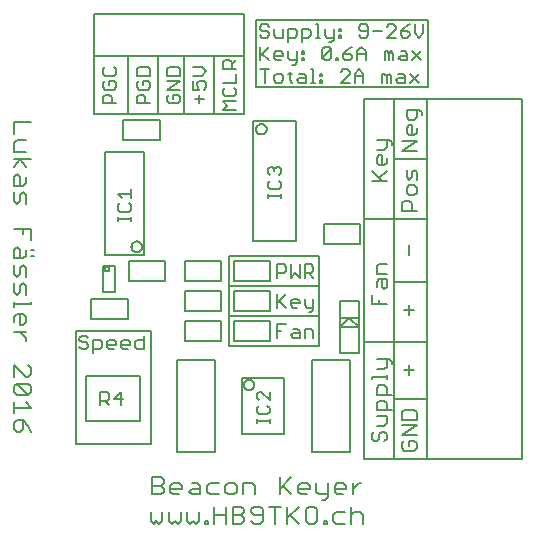
<source format=gto>
G75*
%MOIN*%
%OFA0B0*%
%FSLAX25Y25*%
%IPPOS*%
%LPD*%
%AMOC8*
5,1,8,0,0,1.08239X$1,22.5*
%
%ADD10C,0.00700*%
%ADD11C,0.00591*%
%ADD12C,0.00600*%
%ADD13C,0.00800*%
D10*
X0112252Y0041717D02*
X0112252Y0043152D01*
X0112252Y0042435D02*
X0116556Y0042435D01*
X0116556Y0043152D02*
X0116556Y0041717D01*
X0115839Y0044787D02*
X0112970Y0044787D01*
X0112252Y0045504D01*
X0112252Y0046938D01*
X0112970Y0047656D01*
X0112970Y0049391D02*
X0112252Y0050108D01*
X0112252Y0051542D01*
X0112970Y0052260D01*
X0113687Y0052260D01*
X0116556Y0049391D01*
X0116556Y0052260D01*
X0115839Y0047656D02*
X0116556Y0046938D01*
X0116556Y0045504D01*
X0115839Y0044787D01*
X0150702Y0038198D02*
X0150702Y0036563D01*
X0151519Y0035746D01*
X0152337Y0035746D01*
X0153154Y0036563D01*
X0153154Y0038198D01*
X0153971Y0039016D01*
X0154789Y0039016D01*
X0155606Y0038198D01*
X0155606Y0036563D01*
X0154789Y0035746D01*
X0151519Y0039016D02*
X0150702Y0038198D01*
X0152337Y0040902D02*
X0154789Y0040902D01*
X0155606Y0041720D01*
X0155606Y0044172D01*
X0152337Y0044172D01*
X0152337Y0046059D02*
X0152337Y0048511D01*
X0153154Y0049328D01*
X0154789Y0049328D01*
X0155606Y0048511D01*
X0155606Y0046059D01*
X0157241Y0046059D02*
X0152337Y0046059D01*
X0152337Y0051215D02*
X0152337Y0053667D01*
X0153154Y0054485D01*
X0154789Y0054485D01*
X0155606Y0053667D01*
X0155606Y0051215D01*
X0157241Y0051215D02*
X0152337Y0051215D01*
X0150702Y0056372D02*
X0150702Y0057189D01*
X0155606Y0057189D01*
X0155606Y0056372D02*
X0155606Y0058006D01*
X0154789Y0059809D02*
X0152337Y0059809D01*
X0154789Y0059809D02*
X0155606Y0060627D01*
X0155606Y0063079D01*
X0156424Y0063079D02*
X0157241Y0062261D01*
X0157241Y0061444D01*
X0156424Y0063079D02*
X0152337Y0063079D01*
X0161519Y0059412D02*
X0164789Y0059412D01*
X0163154Y0057778D02*
X0163154Y0061047D01*
X0161519Y0046204D02*
X0160702Y0045386D01*
X0160702Y0042934D01*
X0165606Y0042934D01*
X0165606Y0045386D01*
X0164789Y0046204D01*
X0161519Y0046204D01*
X0160702Y0041047D02*
X0165606Y0041047D01*
X0160702Y0037778D01*
X0165606Y0037778D01*
X0164789Y0035891D02*
X0163154Y0035891D01*
X0163154Y0034256D01*
X0161519Y0032621D02*
X0164789Y0032621D01*
X0165606Y0033439D01*
X0165606Y0035073D01*
X0164789Y0035891D01*
X0161519Y0035891D02*
X0160702Y0035073D01*
X0160702Y0033439D01*
X0161519Y0032621D01*
X0163154Y0077778D02*
X0163154Y0081047D01*
X0161519Y0079412D02*
X0164789Y0079412D01*
X0155606Y0081371D02*
X0150702Y0081371D01*
X0150702Y0084641D01*
X0153154Y0083006D02*
X0153154Y0081371D01*
X0154789Y0086528D02*
X0153971Y0087345D01*
X0153971Y0089797D01*
X0153154Y0089797D02*
X0155606Y0089797D01*
X0155606Y0087345D01*
X0154789Y0086528D01*
X0152337Y0087345D02*
X0152337Y0088980D01*
X0153154Y0089797D01*
X0152337Y0091684D02*
X0152337Y0094136D01*
X0153154Y0094954D01*
X0155606Y0094954D01*
X0155606Y0091684D02*
X0152337Y0091684D01*
X0163154Y0097778D02*
X0163154Y0101047D01*
X0163971Y0112621D02*
X0163971Y0115073D01*
X0163154Y0115891D01*
X0161519Y0115891D01*
X0160702Y0115073D01*
X0160702Y0112621D01*
X0165606Y0112621D01*
X0164789Y0117778D02*
X0163154Y0117778D01*
X0162337Y0118595D01*
X0162337Y0120230D01*
X0163154Y0121047D01*
X0164789Y0121047D01*
X0165606Y0120230D01*
X0165606Y0118595D01*
X0164789Y0117778D01*
X0165606Y0122934D02*
X0165606Y0125386D01*
X0164789Y0126204D01*
X0163971Y0125386D01*
X0163971Y0123751D01*
X0163154Y0122934D01*
X0162337Y0123751D01*
X0162337Y0126204D01*
X0160702Y0132621D02*
X0165606Y0135891D01*
X0160702Y0135891D01*
X0163154Y0137778D02*
X0162337Y0138595D01*
X0162337Y0140230D01*
X0163154Y0141047D01*
X0163971Y0141047D01*
X0163971Y0137778D01*
X0163154Y0137778D02*
X0164789Y0137778D01*
X0165606Y0138595D01*
X0165606Y0140230D01*
X0164789Y0142934D02*
X0163154Y0142934D01*
X0162337Y0143751D01*
X0162337Y0146204D01*
X0166424Y0146204D01*
X0167241Y0145386D01*
X0167241Y0144569D01*
X0165606Y0143751D02*
X0165606Y0146204D01*
X0165606Y0143751D02*
X0164789Y0142934D01*
X0157241Y0135386D02*
X0157241Y0134569D01*
X0157241Y0135386D02*
X0156424Y0136204D01*
X0152337Y0136204D01*
X0155606Y0136204D02*
X0155606Y0133751D01*
X0154789Y0132934D01*
X0152337Y0132934D01*
X0153154Y0131047D02*
X0153971Y0131047D01*
X0153971Y0127778D01*
X0153154Y0127778D02*
X0152337Y0128595D01*
X0152337Y0130230D01*
X0153154Y0131047D01*
X0155606Y0130230D02*
X0155606Y0128595D01*
X0154789Y0127778D01*
X0153154Y0127778D01*
X0150702Y0125891D02*
X0153971Y0122621D01*
X0153154Y0123439D02*
X0155606Y0125891D01*
X0155606Y0122621D02*
X0150702Y0122621D01*
X0160702Y0132621D02*
X0165606Y0132621D01*
X0120306Y0126542D02*
X0120306Y0125108D01*
X0119589Y0124391D01*
X0119589Y0122656D02*
X0120306Y0121938D01*
X0120306Y0120504D01*
X0119589Y0119787D01*
X0116720Y0119787D01*
X0116002Y0120504D01*
X0116002Y0121938D01*
X0116720Y0122656D01*
X0116720Y0124391D02*
X0116002Y0125108D01*
X0116002Y0126542D01*
X0116720Y0127260D01*
X0117437Y0127260D01*
X0118154Y0126542D01*
X0118872Y0127260D01*
X0119589Y0127260D01*
X0120306Y0126542D01*
X0118154Y0126542D02*
X0118154Y0125825D01*
X0116002Y0118152D02*
X0116002Y0116717D01*
X0116002Y0117435D02*
X0120306Y0117435D01*
X0120306Y0118152D02*
X0120306Y0116717D01*
D11*
X0125243Y0102427D02*
X0111070Y0102427D01*
X0111070Y0142585D01*
X0125243Y0142585D01*
X0125243Y0102427D01*
X0133156Y0097506D02*
X0133156Y0087506D01*
X0103156Y0087506D01*
X0103156Y0097506D01*
X0133156Y0097506D01*
X0134554Y0101659D02*
X0146759Y0101659D01*
X0146759Y0108352D01*
X0134554Y0108352D01*
X0134554Y0101659D01*
X0133156Y0087506D02*
X0133156Y0077506D01*
X0133156Y0067506D01*
X0103156Y0067506D01*
X0103156Y0077506D01*
X0103156Y0087506D01*
X0104554Y0089159D02*
X0116759Y0089159D01*
X0116759Y0095852D01*
X0104554Y0095852D01*
X0104554Y0089159D01*
X0104554Y0085852D02*
X0104554Y0079159D01*
X0116759Y0079159D01*
X0116759Y0085852D01*
X0104554Y0085852D01*
X0100509Y0085852D02*
X0088304Y0085852D01*
X0088304Y0079159D01*
X0100509Y0079159D01*
X0100509Y0085852D01*
X0100509Y0089159D02*
X0100509Y0095852D01*
X0088304Y0095852D01*
X0088304Y0089159D01*
X0100509Y0089159D01*
X0103156Y0077506D02*
X0133156Y0077506D01*
X0140007Y0076906D02*
X0140007Y0073756D01*
X0146306Y0073756D01*
X0143156Y0076906D01*
X0140007Y0073756D01*
X0140007Y0065094D01*
X0146306Y0065094D01*
X0146306Y0073756D01*
X0146306Y0076906D01*
X0143156Y0076906D01*
X0140007Y0076906D01*
X0140007Y0082417D01*
X0146306Y0082417D01*
X0146306Y0076906D01*
X0148156Y0068756D02*
X0169006Y0068756D01*
X0169006Y0050006D02*
X0158156Y0050006D01*
X0158156Y0088756D01*
X0169006Y0088756D01*
X0158156Y0088756D02*
X0158156Y0130006D01*
X0169006Y0130006D01*
X0158156Y0130006D02*
X0158156Y0150006D01*
X0169406Y0150006D01*
X0169121Y0150006D02*
X0200617Y0150006D01*
X0200617Y0030006D01*
X0169121Y0030006D01*
X0169121Y0150006D01*
X0169406Y0153756D02*
X0111906Y0153756D01*
X0111906Y0176256D01*
X0169406Y0176256D01*
X0169406Y0153756D01*
X0158156Y0150006D02*
X0148156Y0150006D01*
X0148156Y0110006D01*
X0169006Y0110006D01*
X0148156Y0110006D02*
X0148156Y0068756D01*
X0148156Y0030006D01*
X0158156Y0030006D01*
X0158156Y0050006D01*
X0143205Y0062860D02*
X0130607Y0062860D01*
X0130607Y0032152D01*
X0143205Y0032152D01*
X0143205Y0062860D01*
X0121493Y0056955D02*
X0121493Y0038057D01*
X0107320Y0038057D01*
X0107320Y0056955D01*
X0121493Y0056955D01*
X0107921Y0054593D02*
X0107923Y0054677D01*
X0107929Y0054760D01*
X0107939Y0054844D01*
X0107953Y0054926D01*
X0107971Y0055008D01*
X0107992Y0055089D01*
X0108018Y0055169D01*
X0108047Y0055247D01*
X0108080Y0055325D01*
X0108117Y0055400D01*
X0108157Y0055473D01*
X0108201Y0055545D01*
X0108248Y0055614D01*
X0108298Y0055682D01*
X0108351Y0055746D01*
X0108408Y0055808D01*
X0108467Y0055867D01*
X0108529Y0055924D01*
X0108593Y0055977D01*
X0108661Y0056027D01*
X0108730Y0056074D01*
X0108801Y0056118D01*
X0108875Y0056158D01*
X0108950Y0056195D01*
X0109028Y0056228D01*
X0109106Y0056257D01*
X0109186Y0056283D01*
X0109267Y0056304D01*
X0109349Y0056322D01*
X0109431Y0056336D01*
X0109515Y0056346D01*
X0109598Y0056352D01*
X0109682Y0056354D01*
X0109766Y0056352D01*
X0109849Y0056346D01*
X0109933Y0056336D01*
X0110015Y0056322D01*
X0110097Y0056304D01*
X0110178Y0056283D01*
X0110258Y0056257D01*
X0110336Y0056228D01*
X0110414Y0056195D01*
X0110489Y0056158D01*
X0110562Y0056118D01*
X0110634Y0056074D01*
X0110703Y0056027D01*
X0110771Y0055977D01*
X0110835Y0055924D01*
X0110897Y0055867D01*
X0110956Y0055808D01*
X0111013Y0055746D01*
X0111066Y0055682D01*
X0111116Y0055614D01*
X0111163Y0055545D01*
X0111207Y0055474D01*
X0111247Y0055400D01*
X0111284Y0055325D01*
X0111317Y0055247D01*
X0111346Y0055169D01*
X0111372Y0055089D01*
X0111393Y0055008D01*
X0111411Y0054926D01*
X0111425Y0054844D01*
X0111435Y0054760D01*
X0111441Y0054677D01*
X0111443Y0054593D01*
X0111441Y0054509D01*
X0111435Y0054426D01*
X0111425Y0054342D01*
X0111411Y0054260D01*
X0111393Y0054178D01*
X0111372Y0054097D01*
X0111346Y0054017D01*
X0111317Y0053939D01*
X0111284Y0053861D01*
X0111247Y0053786D01*
X0111207Y0053713D01*
X0111163Y0053641D01*
X0111116Y0053572D01*
X0111066Y0053504D01*
X0111013Y0053440D01*
X0110956Y0053378D01*
X0110897Y0053319D01*
X0110835Y0053262D01*
X0110771Y0053209D01*
X0110703Y0053159D01*
X0110634Y0053112D01*
X0110563Y0053068D01*
X0110489Y0053028D01*
X0110414Y0052991D01*
X0110336Y0052958D01*
X0110258Y0052929D01*
X0110178Y0052903D01*
X0110097Y0052882D01*
X0110015Y0052864D01*
X0109933Y0052850D01*
X0109849Y0052840D01*
X0109766Y0052834D01*
X0109682Y0052832D01*
X0109598Y0052834D01*
X0109515Y0052840D01*
X0109431Y0052850D01*
X0109349Y0052864D01*
X0109267Y0052882D01*
X0109186Y0052903D01*
X0109106Y0052929D01*
X0109028Y0052958D01*
X0108950Y0052991D01*
X0108875Y0053028D01*
X0108802Y0053068D01*
X0108730Y0053112D01*
X0108661Y0053159D01*
X0108593Y0053209D01*
X0108529Y0053262D01*
X0108467Y0053319D01*
X0108408Y0053378D01*
X0108351Y0053440D01*
X0108298Y0053504D01*
X0108248Y0053572D01*
X0108201Y0053641D01*
X0108157Y0053712D01*
X0108117Y0053786D01*
X0108080Y0053861D01*
X0108047Y0053939D01*
X0108018Y0054017D01*
X0107992Y0054097D01*
X0107971Y0054178D01*
X0107953Y0054260D01*
X0107939Y0054342D01*
X0107929Y0054426D01*
X0107923Y0054509D01*
X0107921Y0054593D01*
X0098205Y0062860D02*
X0085607Y0062860D01*
X0085607Y0032152D01*
X0098205Y0032152D01*
X0098205Y0062860D01*
X0100509Y0069159D02*
X0100509Y0075852D01*
X0088304Y0075852D01*
X0088304Y0069159D01*
X0100509Y0069159D01*
X0104554Y0069159D02*
X0116759Y0069159D01*
X0116759Y0075852D01*
X0104554Y0075852D01*
X0104554Y0069159D01*
X0081759Y0089159D02*
X0081759Y0095852D01*
X0069554Y0095852D01*
X0069554Y0089159D01*
X0081759Y0089159D01*
X0074652Y0097781D02*
X0061660Y0097781D01*
X0061660Y0132230D01*
X0074652Y0132230D01*
X0074652Y0097781D01*
X0070502Y0100631D02*
X0070504Y0100714D01*
X0070510Y0100798D01*
X0070520Y0100881D01*
X0070533Y0100963D01*
X0070551Y0101045D01*
X0070573Y0101125D01*
X0070598Y0101205D01*
X0070627Y0101283D01*
X0070659Y0101360D01*
X0070696Y0101436D01*
X0070735Y0101509D01*
X0070779Y0101580D01*
X0070825Y0101650D01*
X0070875Y0101717D01*
X0070928Y0101782D01*
X0070983Y0101844D01*
X0071042Y0101903D01*
X0071104Y0101960D01*
X0071168Y0102013D01*
X0071234Y0102064D01*
X0071303Y0102111D01*
X0071374Y0102155D01*
X0071447Y0102196D01*
X0071522Y0102233D01*
X0071598Y0102266D01*
X0071676Y0102296D01*
X0071756Y0102322D01*
X0071836Y0102345D01*
X0071917Y0102363D01*
X0072000Y0102378D01*
X0072082Y0102389D01*
X0072166Y0102396D01*
X0072249Y0102399D01*
X0072333Y0102398D01*
X0072416Y0102393D01*
X0072499Y0102384D01*
X0072582Y0102371D01*
X0072663Y0102355D01*
X0072744Y0102334D01*
X0072824Y0102310D01*
X0072903Y0102282D01*
X0072980Y0102250D01*
X0073056Y0102215D01*
X0073130Y0102176D01*
X0073202Y0102134D01*
X0073272Y0102088D01*
X0073339Y0102039D01*
X0073405Y0101987D01*
X0073467Y0101932D01*
X0073528Y0101874D01*
X0073585Y0101813D01*
X0073639Y0101750D01*
X0073690Y0101684D01*
X0073739Y0101615D01*
X0073783Y0101545D01*
X0073825Y0101472D01*
X0073863Y0101398D01*
X0073897Y0101322D01*
X0073928Y0101244D01*
X0073955Y0101165D01*
X0073979Y0101085D01*
X0073998Y0101004D01*
X0074014Y0100922D01*
X0074026Y0100839D01*
X0074034Y0100756D01*
X0074038Y0100673D01*
X0074038Y0100589D01*
X0074034Y0100506D01*
X0074026Y0100423D01*
X0074014Y0100340D01*
X0073998Y0100258D01*
X0073979Y0100177D01*
X0073955Y0100097D01*
X0073928Y0100018D01*
X0073897Y0099940D01*
X0073863Y0099864D01*
X0073825Y0099790D01*
X0073783Y0099717D01*
X0073739Y0099647D01*
X0073690Y0099578D01*
X0073639Y0099512D01*
X0073585Y0099449D01*
X0073528Y0099388D01*
X0073467Y0099330D01*
X0073405Y0099275D01*
X0073339Y0099223D01*
X0073272Y0099174D01*
X0073202Y0099128D01*
X0073130Y0099086D01*
X0073056Y0099047D01*
X0072980Y0099012D01*
X0072903Y0098980D01*
X0072824Y0098952D01*
X0072744Y0098928D01*
X0072663Y0098907D01*
X0072582Y0098891D01*
X0072499Y0098878D01*
X0072416Y0098869D01*
X0072333Y0098864D01*
X0072249Y0098863D01*
X0072166Y0098866D01*
X0072082Y0098873D01*
X0072000Y0098884D01*
X0071917Y0098899D01*
X0071836Y0098917D01*
X0071756Y0098940D01*
X0071676Y0098966D01*
X0071598Y0098996D01*
X0071522Y0099029D01*
X0071447Y0099066D01*
X0071374Y0099107D01*
X0071303Y0099151D01*
X0071234Y0099198D01*
X0071168Y0099249D01*
X0071104Y0099302D01*
X0071042Y0099359D01*
X0070983Y0099418D01*
X0070928Y0099480D01*
X0070875Y0099545D01*
X0070825Y0099612D01*
X0070779Y0099682D01*
X0070735Y0099753D01*
X0070696Y0099826D01*
X0070659Y0099902D01*
X0070627Y0099979D01*
X0070598Y0100057D01*
X0070573Y0100137D01*
X0070551Y0100217D01*
X0070533Y0100299D01*
X0070520Y0100381D01*
X0070510Y0100464D01*
X0070504Y0100548D01*
X0070502Y0100631D01*
X0065125Y0094337D02*
X0061188Y0094337D01*
X0061188Y0085675D01*
X0065125Y0085675D01*
X0065125Y0094337D01*
X0061582Y0093156D02*
X0061584Y0093212D01*
X0061590Y0093267D01*
X0061600Y0093321D01*
X0061613Y0093375D01*
X0061631Y0093428D01*
X0061652Y0093479D01*
X0061676Y0093529D01*
X0061704Y0093577D01*
X0061736Y0093623D01*
X0061770Y0093667D01*
X0061808Y0093708D01*
X0061848Y0093746D01*
X0061891Y0093781D01*
X0061936Y0093813D01*
X0061984Y0093842D01*
X0062033Y0093868D01*
X0062084Y0093890D01*
X0062136Y0093908D01*
X0062190Y0093922D01*
X0062245Y0093933D01*
X0062300Y0093940D01*
X0062355Y0093943D01*
X0062411Y0093942D01*
X0062466Y0093937D01*
X0062521Y0093928D01*
X0062575Y0093916D01*
X0062628Y0093899D01*
X0062680Y0093879D01*
X0062730Y0093855D01*
X0062778Y0093828D01*
X0062825Y0093798D01*
X0062869Y0093764D01*
X0062911Y0093727D01*
X0062949Y0093687D01*
X0062986Y0093645D01*
X0063019Y0093600D01*
X0063048Y0093554D01*
X0063075Y0093505D01*
X0063097Y0093454D01*
X0063117Y0093402D01*
X0063132Y0093348D01*
X0063144Y0093294D01*
X0063152Y0093239D01*
X0063156Y0093184D01*
X0063156Y0093128D01*
X0063152Y0093073D01*
X0063144Y0093018D01*
X0063132Y0092964D01*
X0063117Y0092910D01*
X0063097Y0092858D01*
X0063075Y0092807D01*
X0063048Y0092758D01*
X0063019Y0092712D01*
X0062986Y0092667D01*
X0062949Y0092625D01*
X0062911Y0092585D01*
X0062869Y0092548D01*
X0062825Y0092514D01*
X0062778Y0092484D01*
X0062730Y0092457D01*
X0062680Y0092433D01*
X0062628Y0092413D01*
X0062575Y0092396D01*
X0062521Y0092384D01*
X0062466Y0092375D01*
X0062411Y0092370D01*
X0062355Y0092369D01*
X0062300Y0092372D01*
X0062245Y0092379D01*
X0062190Y0092390D01*
X0062136Y0092404D01*
X0062084Y0092422D01*
X0062033Y0092444D01*
X0061984Y0092470D01*
X0061936Y0092499D01*
X0061891Y0092531D01*
X0061848Y0092566D01*
X0061808Y0092604D01*
X0061770Y0092645D01*
X0061736Y0092689D01*
X0061704Y0092735D01*
X0061676Y0092783D01*
X0061652Y0092833D01*
X0061631Y0092884D01*
X0061613Y0092937D01*
X0061600Y0092991D01*
X0061590Y0093045D01*
X0061584Y0093100D01*
X0061582Y0093156D01*
X0057054Y0083352D02*
X0057054Y0076659D01*
X0069259Y0076659D01*
X0069259Y0083352D01*
X0057054Y0083352D01*
X0051906Y0072506D02*
X0051906Y0035006D01*
X0076906Y0035006D01*
X0076906Y0072506D01*
X0051906Y0072506D01*
X0055351Y0057486D02*
X0055351Y0042526D01*
X0073461Y0042526D01*
X0073461Y0057486D01*
X0055351Y0057486D01*
X0067679Y0136034D02*
X0079884Y0136034D01*
X0079884Y0142727D01*
X0067679Y0142727D01*
X0067679Y0136034D01*
X0069406Y0145006D02*
X0069406Y0164056D01*
X0079406Y0164056D02*
X0079406Y0145006D01*
X0069406Y0145006D01*
X0058156Y0145006D01*
X0058156Y0164656D01*
X0058156Y0164256D02*
X0058156Y0178256D01*
X0108156Y0178256D01*
X0108156Y0164256D01*
X0058156Y0164256D01*
X0079406Y0145006D02*
X0088156Y0145006D01*
X0088156Y0164056D01*
X0098156Y0164056D02*
X0098156Y0145006D01*
X0088156Y0145006D01*
X0098156Y0145006D02*
X0108156Y0145006D01*
X0108156Y0164356D01*
X0112057Y0139829D02*
X0112059Y0139912D01*
X0112065Y0139996D01*
X0112075Y0140079D01*
X0112088Y0140161D01*
X0112106Y0140243D01*
X0112128Y0140323D01*
X0112153Y0140403D01*
X0112182Y0140481D01*
X0112214Y0140558D01*
X0112251Y0140634D01*
X0112290Y0140707D01*
X0112334Y0140778D01*
X0112380Y0140848D01*
X0112430Y0140915D01*
X0112483Y0140980D01*
X0112538Y0141042D01*
X0112597Y0141101D01*
X0112659Y0141158D01*
X0112723Y0141211D01*
X0112789Y0141262D01*
X0112858Y0141309D01*
X0112929Y0141353D01*
X0113002Y0141394D01*
X0113077Y0141431D01*
X0113153Y0141464D01*
X0113231Y0141494D01*
X0113311Y0141520D01*
X0113391Y0141543D01*
X0113472Y0141561D01*
X0113555Y0141576D01*
X0113637Y0141587D01*
X0113721Y0141594D01*
X0113804Y0141597D01*
X0113888Y0141596D01*
X0113971Y0141591D01*
X0114054Y0141582D01*
X0114137Y0141569D01*
X0114218Y0141553D01*
X0114299Y0141532D01*
X0114379Y0141508D01*
X0114458Y0141480D01*
X0114535Y0141448D01*
X0114611Y0141413D01*
X0114685Y0141374D01*
X0114757Y0141332D01*
X0114827Y0141286D01*
X0114894Y0141237D01*
X0114960Y0141185D01*
X0115022Y0141130D01*
X0115083Y0141072D01*
X0115140Y0141011D01*
X0115194Y0140948D01*
X0115245Y0140882D01*
X0115294Y0140813D01*
X0115338Y0140743D01*
X0115380Y0140670D01*
X0115418Y0140596D01*
X0115452Y0140520D01*
X0115483Y0140442D01*
X0115510Y0140363D01*
X0115534Y0140283D01*
X0115553Y0140202D01*
X0115569Y0140120D01*
X0115581Y0140037D01*
X0115589Y0139954D01*
X0115593Y0139871D01*
X0115593Y0139787D01*
X0115589Y0139704D01*
X0115581Y0139621D01*
X0115569Y0139538D01*
X0115553Y0139456D01*
X0115534Y0139375D01*
X0115510Y0139295D01*
X0115483Y0139216D01*
X0115452Y0139138D01*
X0115418Y0139062D01*
X0115380Y0138988D01*
X0115338Y0138915D01*
X0115294Y0138845D01*
X0115245Y0138776D01*
X0115194Y0138710D01*
X0115140Y0138647D01*
X0115083Y0138586D01*
X0115022Y0138528D01*
X0114960Y0138473D01*
X0114894Y0138421D01*
X0114827Y0138372D01*
X0114757Y0138326D01*
X0114685Y0138284D01*
X0114611Y0138245D01*
X0114535Y0138210D01*
X0114458Y0138178D01*
X0114379Y0138150D01*
X0114299Y0138126D01*
X0114218Y0138105D01*
X0114137Y0138089D01*
X0114054Y0138076D01*
X0113971Y0138067D01*
X0113888Y0138062D01*
X0113804Y0138061D01*
X0113721Y0138064D01*
X0113637Y0138071D01*
X0113555Y0138082D01*
X0113472Y0138097D01*
X0113391Y0138115D01*
X0113311Y0138138D01*
X0113231Y0138164D01*
X0113153Y0138194D01*
X0113077Y0138227D01*
X0113002Y0138264D01*
X0112929Y0138305D01*
X0112858Y0138349D01*
X0112789Y0138396D01*
X0112723Y0138447D01*
X0112659Y0138500D01*
X0112597Y0138557D01*
X0112538Y0138616D01*
X0112483Y0138678D01*
X0112430Y0138743D01*
X0112380Y0138810D01*
X0112334Y0138880D01*
X0112290Y0138951D01*
X0112251Y0139024D01*
X0112214Y0139100D01*
X0112182Y0139177D01*
X0112153Y0139255D01*
X0112128Y0139335D01*
X0112106Y0139415D01*
X0112088Y0139497D01*
X0112075Y0139579D01*
X0112065Y0139662D01*
X0112059Y0139746D01*
X0112057Y0139829D01*
X0158156Y0030006D02*
X0169406Y0030006D01*
D12*
X0131194Y0070306D02*
X0131194Y0072508D01*
X0130460Y0073242D01*
X0128258Y0073242D01*
X0128258Y0070306D01*
X0126590Y0070306D02*
X0126590Y0072508D01*
X0125856Y0073242D01*
X0124388Y0073242D01*
X0124388Y0071774D02*
X0123654Y0071040D01*
X0124388Y0070306D01*
X0126590Y0070306D01*
X0126590Y0071774D02*
X0124388Y0071774D01*
X0121986Y0074710D02*
X0119050Y0074710D01*
X0119050Y0070306D01*
X0119050Y0072508D02*
X0120518Y0072508D01*
X0119050Y0080306D02*
X0119050Y0084710D01*
X0119784Y0082508D02*
X0121986Y0080306D01*
X0123654Y0081040D02*
X0123654Y0082508D01*
X0124388Y0083242D01*
X0125856Y0083242D01*
X0126590Y0082508D01*
X0126590Y0081774D01*
X0123654Y0081774D01*
X0123654Y0081040D02*
X0124388Y0080306D01*
X0125856Y0080306D01*
X0128258Y0081040D02*
X0128992Y0080306D01*
X0131194Y0080306D01*
X0131194Y0079572D02*
X0130460Y0078838D01*
X0129726Y0078838D01*
X0131194Y0079572D02*
X0131194Y0083242D01*
X0128258Y0083242D02*
X0128258Y0081040D01*
X0121986Y0084710D02*
X0119050Y0081774D01*
X0119050Y0090306D02*
X0119050Y0094710D01*
X0121252Y0094710D01*
X0121986Y0093976D01*
X0121986Y0092508D01*
X0121252Y0091774D01*
X0119050Y0091774D01*
X0123654Y0090306D02*
X0125122Y0091774D01*
X0126590Y0090306D01*
X0126590Y0094710D01*
X0128258Y0094710D02*
X0130460Y0094710D01*
X0131194Y0093976D01*
X0131194Y0092508D01*
X0130460Y0091774D01*
X0128258Y0091774D01*
X0129726Y0091774D02*
X0131194Y0090306D01*
X0128258Y0090306D02*
X0128258Y0094710D01*
X0123654Y0094710D02*
X0123654Y0090306D01*
X0074548Y0070960D02*
X0074548Y0066556D01*
X0072346Y0066556D01*
X0071612Y0067290D01*
X0071612Y0068758D01*
X0072346Y0069492D01*
X0074548Y0069492D01*
X0069944Y0068758D02*
X0069944Y0068024D01*
X0067008Y0068024D01*
X0067008Y0068758D02*
X0067742Y0069492D01*
X0069210Y0069492D01*
X0069944Y0068758D01*
X0069210Y0066556D02*
X0067742Y0066556D01*
X0067008Y0067290D01*
X0067008Y0068758D01*
X0065340Y0068758D02*
X0065340Y0068024D01*
X0062404Y0068024D01*
X0062404Y0068758D02*
X0063138Y0069492D01*
X0064606Y0069492D01*
X0065340Y0068758D01*
X0064606Y0066556D02*
X0063138Y0066556D01*
X0062404Y0067290D01*
X0062404Y0068758D01*
X0060736Y0068758D02*
X0060002Y0069492D01*
X0057800Y0069492D01*
X0057800Y0065088D01*
X0057800Y0066556D02*
X0060002Y0066556D01*
X0060736Y0067290D01*
X0060736Y0068758D01*
X0056132Y0068024D02*
X0056132Y0067290D01*
X0055398Y0066556D01*
X0053930Y0066556D01*
X0053196Y0067290D01*
X0053930Y0068758D02*
X0055398Y0068758D01*
X0056132Y0068024D01*
X0056132Y0070226D02*
X0055398Y0070960D01*
X0053930Y0070960D01*
X0053196Y0070226D01*
X0053196Y0069492D01*
X0053930Y0068758D01*
X0060102Y0052210D02*
X0062304Y0052210D01*
X0063038Y0051476D01*
X0063038Y0050008D01*
X0062304Y0049274D01*
X0060102Y0049274D01*
X0060102Y0047806D02*
X0060102Y0052210D01*
X0061570Y0049274D02*
X0063038Y0047806D01*
X0064706Y0050008D02*
X0067642Y0050008D01*
X0066908Y0047806D02*
X0066908Y0052210D01*
X0064706Y0050008D01*
X0065952Y0109167D02*
X0065952Y0110635D01*
X0065952Y0109901D02*
X0070356Y0109901D01*
X0070356Y0109167D02*
X0070356Y0110635D01*
X0069622Y0112237D02*
X0070356Y0112971D01*
X0070356Y0114438D01*
X0069622Y0115172D01*
X0070356Y0116841D02*
X0070356Y0119776D01*
X0070356Y0118308D02*
X0065952Y0118308D01*
X0067420Y0116841D01*
X0066686Y0115172D02*
X0065952Y0114438D01*
X0065952Y0112971D01*
X0066686Y0112237D01*
X0069622Y0112237D01*
X0100952Y0146098D02*
X0102420Y0147566D01*
X0100952Y0149034D01*
X0105356Y0149034D01*
X0104622Y0150702D02*
X0101686Y0150702D01*
X0100952Y0151436D01*
X0100952Y0152904D01*
X0101686Y0153638D01*
X0100952Y0155306D02*
X0105356Y0155306D01*
X0105356Y0158242D01*
X0105356Y0159910D02*
X0100952Y0159910D01*
X0100952Y0162112D01*
X0101686Y0162846D01*
X0103154Y0162846D01*
X0103888Y0162112D01*
X0103888Y0159910D01*
X0103888Y0161378D02*
X0105356Y0162846D01*
X0113456Y0162806D02*
X0113456Y0167210D01*
X0114190Y0165008D02*
X0116392Y0162806D01*
X0118060Y0163540D02*
X0118060Y0165008D01*
X0118794Y0165742D01*
X0120262Y0165742D01*
X0120996Y0165008D01*
X0120996Y0164274D01*
X0118060Y0164274D01*
X0118060Y0163540D02*
X0118794Y0162806D01*
X0120262Y0162806D01*
X0122664Y0163540D02*
X0122664Y0165742D01*
X0122664Y0163540D02*
X0123398Y0162806D01*
X0125600Y0162806D01*
X0125600Y0162072D02*
X0124866Y0161338D01*
X0124132Y0161338D01*
X0125600Y0162072D02*
X0125600Y0165742D01*
X0127268Y0165742D02*
X0127268Y0165008D01*
X0128002Y0165008D01*
X0128002Y0165742D01*
X0127268Y0165742D01*
X0127268Y0163540D02*
X0127268Y0162806D01*
X0128002Y0162806D01*
X0128002Y0163540D01*
X0127268Y0163540D01*
X0130337Y0159710D02*
X0131071Y0159710D01*
X0131071Y0155306D01*
X0130337Y0155306D02*
X0131805Y0155306D01*
X0133406Y0155306D02*
X0133406Y0156040D01*
X0134140Y0156040D01*
X0134140Y0155306D01*
X0133406Y0155306D01*
X0133406Y0157508D02*
X0133406Y0158242D01*
X0134140Y0158242D01*
X0134140Y0157508D01*
X0133406Y0157508D01*
X0128669Y0157508D02*
X0128669Y0155306D01*
X0126467Y0155306D01*
X0125733Y0156040D01*
X0126467Y0156774D01*
X0128669Y0156774D01*
X0128669Y0157508D02*
X0127935Y0158242D01*
X0126467Y0158242D01*
X0124132Y0158242D02*
X0122664Y0158242D01*
X0123398Y0158976D02*
X0123398Y0156040D01*
X0124132Y0155306D01*
X0120996Y0156040D02*
X0120996Y0157508D01*
X0120262Y0158242D01*
X0118794Y0158242D01*
X0118060Y0157508D01*
X0118060Y0156040D01*
X0118794Y0155306D01*
X0120262Y0155306D01*
X0120996Y0156040D01*
X0116392Y0159710D02*
X0113456Y0159710D01*
X0114924Y0159710D02*
X0114924Y0155306D01*
X0113456Y0164274D02*
X0116392Y0167210D01*
X0115658Y0170306D02*
X0114190Y0170306D01*
X0113456Y0171040D01*
X0114190Y0172508D02*
X0113456Y0173242D01*
X0113456Y0173976D01*
X0114190Y0174710D01*
X0115658Y0174710D01*
X0116392Y0173976D01*
X0115658Y0172508D02*
X0116392Y0171774D01*
X0116392Y0171040D01*
X0115658Y0170306D01*
X0118060Y0171040D02*
X0118794Y0170306D01*
X0120996Y0170306D01*
X0120996Y0173242D01*
X0122664Y0173242D02*
X0124866Y0173242D01*
X0125600Y0172508D01*
X0125600Y0171040D01*
X0124866Y0170306D01*
X0122664Y0170306D01*
X0122664Y0168838D02*
X0122664Y0173242D01*
X0118060Y0173242D02*
X0118060Y0171040D01*
X0115658Y0172508D02*
X0114190Y0172508D01*
X0127268Y0173242D02*
X0127268Y0168838D01*
X0127268Y0170306D02*
X0129470Y0170306D01*
X0130204Y0171040D01*
X0130204Y0172508D01*
X0129470Y0173242D01*
X0127268Y0173242D01*
X0131872Y0174710D02*
X0132606Y0174710D01*
X0132606Y0170306D01*
X0131872Y0170306D02*
X0133340Y0170306D01*
X0134941Y0171040D02*
X0135675Y0170306D01*
X0137877Y0170306D01*
X0137877Y0169572D02*
X0137143Y0168838D01*
X0136409Y0168838D01*
X0136376Y0167210D02*
X0134908Y0167210D01*
X0134174Y0166476D01*
X0134174Y0163540D01*
X0137110Y0166476D01*
X0137110Y0163540D01*
X0136376Y0162806D01*
X0134908Y0162806D01*
X0134174Y0163540D01*
X0137110Y0166476D02*
X0136376Y0167210D01*
X0137877Y0169572D02*
X0137877Y0173242D01*
X0139545Y0173242D02*
X0139545Y0172508D01*
X0140279Y0172508D01*
X0140279Y0173242D01*
X0139545Y0173242D01*
X0139545Y0171040D02*
X0139545Y0170306D01*
X0140279Y0170306D01*
X0140279Y0171040D01*
X0139545Y0171040D01*
X0134941Y0171040D02*
X0134941Y0173242D01*
X0142548Y0166476D02*
X0141080Y0165008D01*
X0143282Y0165008D01*
X0144016Y0164274D01*
X0144016Y0163540D01*
X0143282Y0162806D01*
X0141814Y0162806D01*
X0141080Y0163540D01*
X0141080Y0165008D01*
X0142548Y0166476D02*
X0144016Y0167210D01*
X0145684Y0165742D02*
X0147152Y0167210D01*
X0148619Y0165742D01*
X0148619Y0162806D01*
X0148619Y0165008D02*
X0145684Y0165008D01*
X0145684Y0165742D02*
X0145684Y0162806D01*
X0146384Y0159710D02*
X0144916Y0158242D01*
X0144916Y0155306D01*
X0143248Y0155306D02*
X0140312Y0155306D01*
X0143248Y0158242D01*
X0143248Y0158976D01*
X0142514Y0159710D01*
X0141046Y0159710D01*
X0140312Y0158976D01*
X0139512Y0162806D02*
X0138778Y0162806D01*
X0138778Y0163540D01*
X0139512Y0163540D01*
X0139512Y0162806D01*
X0144916Y0157508D02*
X0147852Y0157508D01*
X0147852Y0158242D02*
X0147852Y0155306D01*
X0147852Y0158242D02*
X0146384Y0159710D01*
X0154124Y0158242D02*
X0154124Y0155306D01*
X0155592Y0155306D02*
X0155592Y0157508D01*
X0156326Y0158242D01*
X0157060Y0157508D01*
X0157060Y0155306D01*
X0158728Y0156040D02*
X0159462Y0156774D01*
X0161664Y0156774D01*
X0161664Y0157508D02*
X0161664Y0155306D01*
X0159462Y0155306D01*
X0158728Y0156040D01*
X0160930Y0158242D02*
X0161664Y0157508D01*
X0160930Y0158242D02*
X0159462Y0158242D01*
X0163332Y0158242D02*
X0166268Y0155306D01*
X0163332Y0155306D02*
X0166268Y0158242D01*
X0167035Y0162806D02*
X0164099Y0165742D01*
X0162431Y0165008D02*
X0162431Y0162806D01*
X0160229Y0162806D01*
X0159495Y0163540D01*
X0160229Y0164274D01*
X0162431Y0164274D01*
X0162431Y0165008D02*
X0161697Y0165742D01*
X0160229Y0165742D01*
X0157827Y0165008D02*
X0157827Y0162806D01*
X0156359Y0162806D02*
X0156359Y0165008D01*
X0157093Y0165742D01*
X0157827Y0165008D01*
X0156359Y0165008D02*
X0155625Y0165742D01*
X0154891Y0165742D01*
X0154891Y0162806D01*
X0154858Y0158242D02*
X0154124Y0158242D01*
X0154858Y0158242D02*
X0155592Y0157508D01*
X0164099Y0162806D02*
X0167035Y0165742D01*
X0166335Y0170306D02*
X0167802Y0171774D01*
X0167802Y0174710D01*
X0164867Y0174710D02*
X0164867Y0171774D01*
X0166335Y0170306D01*
X0163199Y0171040D02*
X0162465Y0170306D01*
X0160997Y0170306D01*
X0160263Y0171040D01*
X0160263Y0172508D01*
X0162465Y0172508D01*
X0163199Y0171774D01*
X0163199Y0171040D01*
X0161731Y0173976D02*
X0160263Y0172508D01*
X0158595Y0173242D02*
X0158595Y0173976D01*
X0157861Y0174710D01*
X0156393Y0174710D01*
X0155659Y0173976D01*
X0153991Y0172508D02*
X0151055Y0172508D01*
X0149387Y0172508D02*
X0147185Y0172508D01*
X0146451Y0173242D01*
X0146451Y0173976D01*
X0147185Y0174710D01*
X0148653Y0174710D01*
X0149387Y0173976D01*
X0149387Y0171040D01*
X0148653Y0170306D01*
X0147185Y0170306D01*
X0146451Y0171040D01*
X0155659Y0170306D02*
X0158595Y0173242D01*
X0161731Y0173976D02*
X0163199Y0174710D01*
X0158595Y0170306D02*
X0155659Y0170306D01*
X0105356Y0152904D02*
X0105356Y0151436D01*
X0104622Y0150702D01*
X0105356Y0152904D02*
X0104622Y0153638D01*
X0105356Y0146098D02*
X0100952Y0146098D01*
X0094622Y0149868D02*
X0091686Y0149868D01*
X0093154Y0148400D02*
X0093154Y0151336D01*
X0093154Y0153004D02*
X0090952Y0153004D01*
X0090952Y0155940D01*
X0092420Y0155206D02*
X0093154Y0155940D01*
X0094622Y0155940D01*
X0095356Y0155206D01*
X0095356Y0153738D01*
X0094622Y0153004D01*
X0093154Y0153004D02*
X0092420Y0154472D01*
X0092420Y0155206D01*
X0090952Y0157608D02*
X0093888Y0157608D01*
X0095356Y0159076D01*
X0093888Y0160544D01*
X0090952Y0160544D01*
X0086606Y0159810D02*
X0086606Y0157608D01*
X0082202Y0157608D01*
X0082202Y0159810D01*
X0082936Y0160544D01*
X0085872Y0160544D01*
X0086606Y0159810D01*
X0086606Y0155940D02*
X0082202Y0155940D01*
X0082202Y0153004D02*
X0086606Y0155940D01*
X0086606Y0153004D02*
X0082202Y0153004D01*
X0082936Y0151336D02*
X0082202Y0150602D01*
X0082202Y0149134D01*
X0082936Y0148400D01*
X0085872Y0148400D01*
X0086606Y0149134D01*
X0086606Y0150602D01*
X0085872Y0151336D01*
X0084404Y0151336D01*
X0084404Y0149868D01*
X0076606Y0148400D02*
X0072202Y0148400D01*
X0072202Y0150602D01*
X0072936Y0151336D01*
X0074404Y0151336D01*
X0075138Y0150602D01*
X0075138Y0148400D01*
X0075872Y0153004D02*
X0072936Y0153004D01*
X0072202Y0153738D01*
X0072202Y0155206D01*
X0072936Y0155940D01*
X0074404Y0155940D02*
X0074404Y0154472D01*
X0074404Y0155940D02*
X0075872Y0155940D01*
X0076606Y0155206D01*
X0076606Y0153738D01*
X0075872Y0153004D01*
X0076606Y0157608D02*
X0072202Y0157608D01*
X0072202Y0159810D01*
X0072936Y0160544D01*
X0075872Y0160544D01*
X0076606Y0159810D01*
X0076606Y0157608D01*
X0065356Y0158342D02*
X0065356Y0159810D01*
X0064622Y0160544D01*
X0065356Y0158342D02*
X0064622Y0157608D01*
X0061686Y0157608D01*
X0060952Y0158342D01*
X0060952Y0159810D01*
X0061686Y0160544D01*
X0061686Y0155940D02*
X0060952Y0155206D01*
X0060952Y0153738D01*
X0061686Y0153004D01*
X0064622Y0153004D01*
X0065356Y0153738D01*
X0065356Y0155206D01*
X0064622Y0155940D01*
X0063154Y0155940D01*
X0063154Y0154472D01*
X0063154Y0151336D02*
X0061686Y0151336D01*
X0060952Y0150602D01*
X0060952Y0148400D01*
X0065356Y0148400D01*
X0063888Y0148400D02*
X0063888Y0150602D01*
X0063154Y0151336D01*
D13*
X0033284Y0038977D02*
X0032316Y0038977D01*
X0031349Y0039944D01*
X0031349Y0041879D01*
X0032316Y0042847D01*
X0034251Y0042847D01*
X0034251Y0039944D01*
X0033284Y0038977D01*
X0036186Y0040912D02*
X0034251Y0042847D01*
X0036186Y0040912D02*
X0037154Y0038977D01*
X0031349Y0045054D02*
X0031349Y0048924D01*
X0031349Y0046989D02*
X0037154Y0046989D01*
X0035219Y0048924D01*
X0036186Y0051131D02*
X0032316Y0055001D01*
X0031349Y0054034D01*
X0031349Y0052099D01*
X0032316Y0051131D01*
X0036186Y0051131D01*
X0037154Y0052099D01*
X0037154Y0054034D01*
X0036186Y0055001D01*
X0032316Y0055001D01*
X0031349Y0057208D02*
X0031349Y0061078D01*
X0035219Y0057208D01*
X0036186Y0057208D01*
X0037154Y0058176D01*
X0037154Y0060111D01*
X0036186Y0061078D01*
X0035219Y0069317D02*
X0035219Y0070285D01*
X0033284Y0072220D01*
X0031349Y0072220D02*
X0035219Y0072220D01*
X0034251Y0074427D02*
X0033284Y0074427D01*
X0033284Y0078297D01*
X0034251Y0078297D02*
X0035219Y0077330D01*
X0035219Y0075395D01*
X0034251Y0074427D01*
X0031349Y0075395D02*
X0031349Y0077330D01*
X0032316Y0078297D01*
X0034251Y0078297D01*
X0031349Y0080414D02*
X0031349Y0082349D01*
X0031349Y0081381D02*
X0037154Y0081381D01*
X0037154Y0082349D01*
X0035219Y0084556D02*
X0035219Y0087458D01*
X0034251Y0088426D01*
X0033284Y0087458D01*
X0033284Y0085523D01*
X0032316Y0084556D01*
X0031349Y0085523D01*
X0031349Y0088426D01*
X0032316Y0090633D02*
X0033284Y0091600D01*
X0033284Y0093535D01*
X0034251Y0094503D01*
X0035219Y0093535D01*
X0035219Y0090633D01*
X0032316Y0090633D02*
X0031349Y0091600D01*
X0031349Y0094503D01*
X0031349Y0096710D02*
X0031349Y0099613D01*
X0032316Y0100580D01*
X0033284Y0099613D01*
X0033284Y0096710D01*
X0034251Y0096710D02*
X0031349Y0096710D01*
X0034251Y0096710D02*
X0035219Y0097678D01*
X0035219Y0099613D01*
X0037154Y0099613D02*
X0038121Y0099613D01*
X0038121Y0097678D02*
X0037154Y0097678D01*
X0037154Y0102787D02*
X0037154Y0106657D01*
X0031349Y0106657D01*
X0034251Y0106657D02*
X0034251Y0104722D01*
X0035219Y0114942D02*
X0035219Y0117844D01*
X0034251Y0118812D01*
X0033284Y0117844D01*
X0033284Y0115909D01*
X0032316Y0114942D01*
X0031349Y0115909D01*
X0031349Y0118812D01*
X0031349Y0121019D02*
X0031349Y0123921D01*
X0032316Y0124889D01*
X0033284Y0123921D01*
X0033284Y0121019D01*
X0034251Y0121019D02*
X0031349Y0121019D01*
X0034251Y0121019D02*
X0035219Y0121986D01*
X0035219Y0123921D01*
X0035219Y0127051D02*
X0033284Y0129953D01*
X0031349Y0127051D01*
X0031349Y0129953D02*
X0037154Y0129953D01*
X0035219Y0132160D02*
X0031349Y0132160D01*
X0031349Y0135063D01*
X0032316Y0136030D01*
X0035219Y0136030D01*
X0031349Y0138238D02*
X0031349Y0142108D01*
X0037154Y0142108D01*
X0077432Y0023846D02*
X0080335Y0023846D01*
X0081302Y0022878D01*
X0081302Y0021911D01*
X0080335Y0020943D01*
X0077432Y0020943D01*
X0077432Y0018041D02*
X0077432Y0023846D01*
X0080335Y0020943D02*
X0081302Y0019976D01*
X0081302Y0019008D01*
X0080335Y0018041D01*
X0077432Y0018041D01*
X0076926Y0012068D02*
X0076926Y0009166D01*
X0077893Y0008198D01*
X0078861Y0009166D01*
X0079828Y0008198D01*
X0080796Y0009166D01*
X0080796Y0012068D01*
X0083003Y0012068D02*
X0083003Y0009166D01*
X0083970Y0008198D01*
X0084938Y0009166D01*
X0085905Y0008198D01*
X0086873Y0009166D01*
X0086873Y0012068D01*
X0089080Y0012068D02*
X0089080Y0009166D01*
X0090048Y0008198D01*
X0091015Y0009166D01*
X0091983Y0008198D01*
X0092950Y0009166D01*
X0092950Y0012068D01*
X0095157Y0009166D02*
X0096125Y0009166D01*
X0096125Y0008198D01*
X0095157Y0008198D01*
X0095157Y0009166D01*
X0098196Y0008198D02*
X0098196Y0014003D01*
X0098196Y0011101D02*
X0102066Y0011101D01*
X0104273Y0011101D02*
X0107176Y0011101D01*
X0108143Y0010133D01*
X0108143Y0009166D01*
X0107176Y0008198D01*
X0104273Y0008198D01*
X0104273Y0014003D01*
X0107176Y0014003D01*
X0108143Y0013036D01*
X0108143Y0012068D01*
X0107176Y0011101D01*
X0110350Y0012068D02*
X0111318Y0011101D01*
X0114220Y0011101D01*
X0114220Y0013036D02*
X0113253Y0014003D01*
X0111318Y0014003D01*
X0110350Y0013036D01*
X0110350Y0012068D01*
X0110350Y0009166D02*
X0111318Y0008198D01*
X0113253Y0008198D01*
X0114220Y0009166D01*
X0114220Y0013036D01*
X0116427Y0014003D02*
X0120297Y0014003D01*
X0118362Y0014003D02*
X0118362Y0008198D01*
X0122505Y0008198D02*
X0122505Y0014003D01*
X0123472Y0011101D02*
X0126375Y0008198D01*
X0128582Y0009166D02*
X0129549Y0008198D01*
X0131484Y0008198D01*
X0132452Y0009166D01*
X0132452Y0013036D01*
X0131484Y0014003D01*
X0129549Y0014003D01*
X0128582Y0013036D01*
X0128582Y0009166D01*
X0126375Y0014003D02*
X0122505Y0010133D01*
X0123842Y0018041D02*
X0120940Y0020943D01*
X0119972Y0019976D02*
X0123842Y0023846D01*
X0126050Y0020943D02*
X0127017Y0021911D01*
X0128952Y0021911D01*
X0129920Y0020943D01*
X0129920Y0019976D01*
X0126050Y0019976D01*
X0126050Y0020943D02*
X0126050Y0019008D01*
X0127017Y0018041D01*
X0128952Y0018041D01*
X0132127Y0019008D02*
X0132127Y0021911D01*
X0132127Y0019008D02*
X0133094Y0018041D01*
X0135997Y0018041D01*
X0135997Y0017073D02*
X0135029Y0016106D01*
X0134062Y0016106D01*
X0135997Y0017073D02*
X0135997Y0021911D01*
X0138204Y0020943D02*
X0138204Y0019008D01*
X0139171Y0018041D01*
X0141106Y0018041D01*
X0142074Y0019976D02*
X0138204Y0019976D01*
X0138204Y0020943D02*
X0139171Y0021911D01*
X0141106Y0021911D01*
X0142074Y0020943D01*
X0142074Y0019976D01*
X0144281Y0019976D02*
X0146216Y0021911D01*
X0147184Y0021911D01*
X0144281Y0021911D02*
X0144281Y0018041D01*
X0143775Y0014003D02*
X0143775Y0008198D01*
X0141568Y0008198D02*
X0138665Y0008198D01*
X0137698Y0009166D01*
X0137698Y0011101D01*
X0138665Y0012068D01*
X0141568Y0012068D01*
X0143775Y0011101D02*
X0144742Y0012068D01*
X0146677Y0012068D01*
X0147645Y0011101D01*
X0147645Y0008198D01*
X0135626Y0008198D02*
X0134659Y0008198D01*
X0134659Y0009166D01*
X0135626Y0009166D01*
X0135626Y0008198D01*
X0119972Y0018041D02*
X0119972Y0023846D01*
X0111688Y0020943D02*
X0111688Y0018041D01*
X0111688Y0020943D02*
X0110721Y0021911D01*
X0107818Y0021911D01*
X0107818Y0018041D01*
X0105611Y0019008D02*
X0105611Y0020943D01*
X0104643Y0021911D01*
X0102708Y0021911D01*
X0101741Y0020943D01*
X0101741Y0019008D01*
X0102708Y0018041D01*
X0104643Y0018041D01*
X0105611Y0019008D01*
X0102066Y0014003D02*
X0102066Y0008198D01*
X0099534Y0018041D02*
X0096631Y0018041D01*
X0095664Y0019008D01*
X0095664Y0020943D01*
X0096631Y0021911D01*
X0099534Y0021911D01*
X0093456Y0020943D02*
X0093456Y0018041D01*
X0090554Y0018041D01*
X0089586Y0019008D01*
X0090554Y0019976D01*
X0093456Y0019976D01*
X0093456Y0020943D02*
X0092489Y0021911D01*
X0090554Y0021911D01*
X0087379Y0020943D02*
X0087379Y0019976D01*
X0083509Y0019976D01*
X0083509Y0020943D02*
X0083509Y0019008D01*
X0084477Y0018041D01*
X0086412Y0018041D01*
X0087379Y0020943D02*
X0086412Y0021911D01*
X0084477Y0021911D01*
X0083509Y0020943D01*
M02*

</source>
